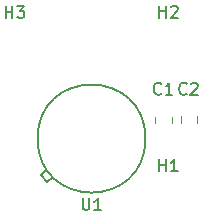
<source format=gto>
G04 #@! TF.GenerationSoftware,KiCad,Pcbnew,5.0.2-bee76a0~70~ubuntu18.04.1*
G04 #@! TF.CreationDate,2019-02-28T13:49:10+03:00*
G04 #@! TF.ProjectId,FIR-sensor-addon,4649522d-7365-46e7-936f-722d6164646f,rev?*
G04 #@! TF.SameCoordinates,Original*
G04 #@! TF.FileFunction,Legend,Top*
G04 #@! TF.FilePolarity,Positive*
%FSLAX46Y46*%
G04 Gerber Fmt 4.6, Leading zero omitted, Abs format (unit mm)*
G04 Created by KiCad (PCBNEW 5.0.2-bee76a0~70~ubuntu18.04.1) date Thu 28 Feb 2019 13:49:10 EAT*
%MOMM*%
%LPD*%
G01*
G04 APERTURE LIST*
%ADD10C,0.120000*%
%ADD11C,0.150000*%
G04 APERTURE END LIST*
D10*
G04 #@! TO.C,C2*
X148692800Y-89667448D02*
X148692800Y-90189952D01*
X150112800Y-89667448D02*
X150112800Y-90189952D01*
G04 #@! TO.C,C1*
X147941100Y-89680148D02*
X147941100Y-90202652D01*
X146521100Y-89680148D02*
X146521100Y-90202652D01*
D11*
G04 #@! TO.C,U1*
X145712700Y-91549200D02*
G75*
G03X145712700Y-91549200I-4570000J0D01*
G01*
X137332700Y-94089200D02*
X136824700Y-94597200D01*
X136824700Y-94597200D02*
X137383500Y-95257600D01*
X137383500Y-95257600D02*
X137891500Y-94800400D01*
G04 #@! TO.C,H3*
X133880795Y-81342380D02*
X133880795Y-80342380D01*
X133880795Y-80818571D02*
X134452223Y-80818571D01*
X134452223Y-81342380D02*
X134452223Y-80342380D01*
X134833176Y-80342380D02*
X135452223Y-80342380D01*
X135118890Y-80723333D01*
X135261747Y-80723333D01*
X135356985Y-80770952D01*
X135404604Y-80818571D01*
X135452223Y-80913809D01*
X135452223Y-81151904D01*
X135404604Y-81247142D01*
X135356985Y-81294761D01*
X135261747Y-81342380D01*
X134976033Y-81342380D01*
X134880795Y-81294761D01*
X134833176Y-81247142D01*
G04 #@! TO.C,H2*
X146880795Y-81301580D02*
X146880795Y-80301580D01*
X146880795Y-80777771D02*
X147452223Y-80777771D01*
X147452223Y-81301580D02*
X147452223Y-80301580D01*
X147880795Y-80396819D02*
X147928414Y-80349200D01*
X148023652Y-80301580D01*
X148261747Y-80301580D01*
X148356985Y-80349200D01*
X148404604Y-80396819D01*
X148452223Y-80492057D01*
X148452223Y-80587295D01*
X148404604Y-80730152D01*
X147833176Y-81301580D01*
X148452223Y-81301580D01*
G04 #@! TO.C,H1*
X146880795Y-94301580D02*
X146880795Y-93301580D01*
X146880795Y-93777771D02*
X147452223Y-93777771D01*
X147452223Y-94301580D02*
X147452223Y-93301580D01*
X148452223Y-94301580D02*
X147880795Y-94301580D01*
X148166509Y-94301580D02*
X148166509Y-93301580D01*
X148071271Y-93444438D01*
X147976033Y-93539676D01*
X147880795Y-93587295D01*
G04 #@! TO.C,C2*
X149185333Y-87733142D02*
X149137714Y-87780761D01*
X148994857Y-87828380D01*
X148899619Y-87828380D01*
X148756761Y-87780761D01*
X148661523Y-87685523D01*
X148613904Y-87590285D01*
X148566285Y-87399809D01*
X148566285Y-87256952D01*
X148613904Y-87066476D01*
X148661523Y-86971238D01*
X148756761Y-86876000D01*
X148899619Y-86828380D01*
X148994857Y-86828380D01*
X149137714Y-86876000D01*
X149185333Y-86923619D01*
X149566285Y-86923619D02*
X149613904Y-86876000D01*
X149709142Y-86828380D01*
X149947238Y-86828380D01*
X150042476Y-86876000D01*
X150090095Y-86923619D01*
X150137714Y-87018857D01*
X150137714Y-87114095D01*
X150090095Y-87256952D01*
X149518666Y-87828380D01*
X150137714Y-87828380D01*
G04 #@! TO.C,C1*
X147039033Y-87720442D02*
X146991414Y-87768061D01*
X146848557Y-87815680D01*
X146753319Y-87815680D01*
X146610461Y-87768061D01*
X146515223Y-87672823D01*
X146467604Y-87577585D01*
X146419985Y-87387109D01*
X146419985Y-87244252D01*
X146467604Y-87053776D01*
X146515223Y-86958538D01*
X146610461Y-86863300D01*
X146753319Y-86815680D01*
X146848557Y-86815680D01*
X146991414Y-86863300D01*
X147039033Y-86910919D01*
X147991414Y-87815680D02*
X147419985Y-87815680D01*
X147705700Y-87815680D02*
X147705700Y-86815680D01*
X147610461Y-86958538D01*
X147515223Y-87053776D01*
X147419985Y-87101395D01*
G04 #@! TO.C,U1*
X140380795Y-96589580D02*
X140380795Y-97399104D01*
X140428414Y-97494342D01*
X140476033Y-97541961D01*
X140571271Y-97589580D01*
X140761747Y-97589580D01*
X140856985Y-97541961D01*
X140904604Y-97494342D01*
X140952223Y-97399104D01*
X140952223Y-96589580D01*
X141952223Y-97589580D02*
X141380795Y-97589580D01*
X141666509Y-97589580D02*
X141666509Y-96589580D01*
X141571271Y-96732438D01*
X141476033Y-96827676D01*
X141380795Y-96875295D01*
G04 #@! TD*
M02*

</source>
